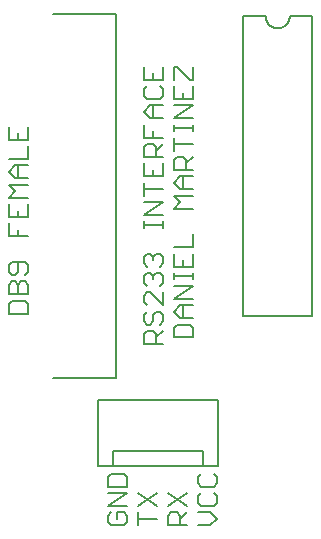
<source format=gto>
G75*
%MOIN*%
%OFA0B0*%
%FSLAX25Y25*%
%IPPOS*%
%LPD*%
%AMOC8*
5,1,8,0,0,1.08239X$1,22.5*
%
%ADD10C,0.00600*%
%ADD11C,0.00800*%
%ADD12C,0.00500*%
D10*
X0072994Y0100300D02*
X0077265Y0100300D01*
X0078332Y0101368D01*
X0078332Y0103503D01*
X0077265Y0104570D01*
X0075130Y0104570D01*
X0075130Y0102435D01*
X0072994Y0100300D02*
X0071927Y0101368D01*
X0071927Y0103503D01*
X0072994Y0104570D01*
X0071927Y0106745D02*
X0078332Y0111016D01*
X0071927Y0111016D01*
X0071927Y0113191D02*
X0071927Y0116394D01*
X0072994Y0117461D01*
X0077265Y0117461D01*
X0078332Y0116394D01*
X0078332Y0113191D01*
X0071927Y0113191D01*
X0081927Y0111016D02*
X0088332Y0106745D01*
X0091927Y0106745D02*
X0098332Y0111016D01*
X0101927Y0109948D02*
X0101927Y0107813D01*
X0102994Y0106745D01*
X0107265Y0106745D01*
X0108332Y0107813D01*
X0108332Y0109948D01*
X0107265Y0111016D01*
X0107265Y0113191D02*
X0102994Y0113191D01*
X0101927Y0114259D01*
X0101927Y0116394D01*
X0102994Y0117461D01*
X0107265Y0117461D02*
X0108332Y0116394D01*
X0108332Y0114259D01*
X0107265Y0113191D01*
X0102994Y0111016D02*
X0101927Y0109948D01*
X0098332Y0106745D02*
X0091927Y0111016D01*
X0088332Y0111016D02*
X0081927Y0106745D01*
X0081927Y0104570D02*
X0081927Y0100300D01*
X0081927Y0102435D02*
X0088332Y0102435D01*
X0091927Y0103503D02*
X0092994Y0104570D01*
X0095130Y0104570D01*
X0096197Y0103503D01*
X0096197Y0100300D01*
X0096197Y0102435D02*
X0098332Y0104570D01*
X0101927Y0104570D02*
X0106197Y0104570D01*
X0108332Y0102435D01*
X0106197Y0100300D01*
X0101927Y0100300D01*
X0098332Y0100300D02*
X0091927Y0100300D01*
X0091927Y0103503D01*
X0078332Y0106745D02*
X0071927Y0106745D01*
X0083927Y0160766D02*
X0083927Y0163969D01*
X0084994Y0165036D01*
X0087130Y0165036D01*
X0088197Y0163969D01*
X0088197Y0160766D01*
X0088197Y0162901D02*
X0090332Y0165036D01*
X0089265Y0167211D02*
X0090332Y0168279D01*
X0090332Y0170414D01*
X0089265Y0171482D01*
X0088197Y0171482D01*
X0087130Y0170414D01*
X0087130Y0168279D01*
X0086062Y0167211D01*
X0084994Y0167211D01*
X0083927Y0168279D01*
X0083927Y0170414D01*
X0084994Y0171482D01*
X0084994Y0173657D02*
X0083927Y0174724D01*
X0083927Y0176860D01*
X0084994Y0177927D01*
X0086062Y0177927D01*
X0090332Y0173657D01*
X0090332Y0177927D01*
X0089265Y0180102D02*
X0090332Y0181170D01*
X0090332Y0183305D01*
X0089265Y0184373D01*
X0088197Y0184373D01*
X0087130Y0183305D01*
X0087130Y0182238D01*
X0087130Y0183305D02*
X0086062Y0184373D01*
X0084994Y0184373D01*
X0083927Y0183305D01*
X0083927Y0181170D01*
X0084994Y0180102D01*
X0084994Y0186548D02*
X0083927Y0187615D01*
X0083927Y0189751D01*
X0084994Y0190818D01*
X0086062Y0190818D01*
X0087130Y0189751D01*
X0088197Y0190818D01*
X0089265Y0190818D01*
X0090332Y0189751D01*
X0090332Y0187615D01*
X0089265Y0186548D01*
X0087130Y0188683D02*
X0087130Y0189751D01*
X0093927Y0190818D02*
X0093927Y0186548D01*
X0100332Y0186548D01*
X0100332Y0190818D01*
X0100332Y0192993D02*
X0093927Y0192993D01*
X0100332Y0192993D02*
X0100332Y0197264D01*
X0090332Y0199439D02*
X0090332Y0201574D01*
X0090332Y0200506D02*
X0083927Y0200506D01*
X0083927Y0199439D02*
X0083927Y0201574D01*
X0083927Y0203736D02*
X0090332Y0208006D01*
X0083927Y0208006D01*
X0083927Y0210181D02*
X0083927Y0214452D01*
X0083927Y0212316D02*
X0090332Y0212316D01*
X0093927Y0214465D02*
X0096062Y0216600D01*
X0100332Y0216600D01*
X0100332Y0218775D02*
X0093927Y0218775D01*
X0093927Y0221978D01*
X0094994Y0223046D01*
X0097130Y0223046D01*
X0098197Y0221978D01*
X0098197Y0218775D01*
X0098197Y0220911D02*
X0100332Y0223046D01*
X0100332Y0227356D02*
X0093927Y0227356D01*
X0093927Y0225221D02*
X0093927Y0229491D01*
X0093927Y0231666D02*
X0093927Y0233802D01*
X0093927Y0232734D02*
X0100332Y0232734D01*
X0100332Y0231666D02*
X0100332Y0233802D01*
X0100332Y0235963D02*
X0093927Y0235963D01*
X0100332Y0240234D01*
X0093927Y0240234D01*
X0093927Y0242409D02*
X0100332Y0242409D01*
X0100332Y0246679D01*
X0100332Y0248854D02*
X0100332Y0253125D01*
X0099265Y0248854D02*
X0094994Y0253125D01*
X0093927Y0253125D01*
X0093927Y0248854D01*
X0093927Y0246679D02*
X0093927Y0242409D01*
X0097130Y0242409D02*
X0097130Y0244544D01*
X0099265Y0248854D02*
X0100332Y0248854D01*
X0090332Y0248854D02*
X0090332Y0253125D01*
X0087130Y0250989D02*
X0087130Y0248854D01*
X0089265Y0246679D02*
X0090332Y0245612D01*
X0090332Y0243476D01*
X0089265Y0242409D01*
X0084994Y0242409D01*
X0083927Y0243476D01*
X0083927Y0245612D01*
X0084994Y0246679D01*
X0083927Y0248854D02*
X0090332Y0248854D01*
X0083927Y0248854D02*
X0083927Y0253125D01*
X0086062Y0240234D02*
X0090332Y0240234D01*
X0087130Y0240234D02*
X0087130Y0235963D01*
X0086062Y0235963D02*
X0083927Y0238098D01*
X0086062Y0240234D01*
X0086062Y0235963D02*
X0090332Y0235963D01*
X0087130Y0231653D02*
X0087130Y0229518D01*
X0087130Y0227343D02*
X0088197Y0226275D01*
X0088197Y0223072D01*
X0090332Y0223072D02*
X0083927Y0223072D01*
X0083927Y0226275D01*
X0084994Y0227343D01*
X0087130Y0227343D01*
X0088197Y0225207D02*
X0090332Y0227343D01*
X0090332Y0229518D02*
X0083927Y0229518D01*
X0083927Y0233788D01*
X0083927Y0220897D02*
X0083927Y0216627D01*
X0090332Y0216627D01*
X0090332Y0220897D01*
X0087130Y0218762D02*
X0087130Y0216627D01*
X0093927Y0214465D02*
X0096062Y0212330D01*
X0100332Y0212330D01*
X0100332Y0210155D02*
X0093927Y0210155D01*
X0096062Y0208020D01*
X0093927Y0205884D01*
X0100332Y0205884D01*
X0097130Y0212330D02*
X0097130Y0216600D01*
X0090332Y0203736D02*
X0083927Y0203736D01*
X0097130Y0188683D02*
X0097130Y0186548D01*
X0100332Y0184386D02*
X0100332Y0182251D01*
X0100332Y0183318D02*
X0093927Y0183318D01*
X0093927Y0182251D02*
X0093927Y0184386D01*
X0093927Y0180076D02*
X0100332Y0180076D01*
X0093927Y0175805D01*
X0100332Y0175805D01*
X0100332Y0173630D02*
X0096062Y0173630D01*
X0093927Y0171495D01*
X0096062Y0169360D01*
X0100332Y0169360D01*
X0099265Y0167185D02*
X0094994Y0167185D01*
X0093927Y0166117D01*
X0093927Y0162914D01*
X0100332Y0162914D01*
X0100332Y0166117D01*
X0099265Y0167185D01*
X0097130Y0169360D02*
X0097130Y0173630D01*
X0090332Y0160766D02*
X0083927Y0160766D01*
X0117132Y0170000D02*
X0140132Y0170000D01*
X0140132Y0270000D01*
X0132632Y0270000D01*
X0132630Y0269874D01*
X0132624Y0269749D01*
X0132614Y0269624D01*
X0132600Y0269499D01*
X0132583Y0269374D01*
X0132561Y0269250D01*
X0132536Y0269127D01*
X0132506Y0269005D01*
X0132473Y0268884D01*
X0132436Y0268764D01*
X0132396Y0268645D01*
X0132351Y0268528D01*
X0132303Y0268411D01*
X0132251Y0268297D01*
X0132196Y0268184D01*
X0132137Y0268073D01*
X0132075Y0267964D01*
X0132009Y0267857D01*
X0131940Y0267752D01*
X0131868Y0267649D01*
X0131793Y0267548D01*
X0131714Y0267450D01*
X0131632Y0267355D01*
X0131548Y0267262D01*
X0131460Y0267172D01*
X0131370Y0267084D01*
X0131277Y0267000D01*
X0131182Y0266918D01*
X0131084Y0266839D01*
X0130983Y0266764D01*
X0130880Y0266692D01*
X0130775Y0266623D01*
X0130668Y0266557D01*
X0130559Y0266495D01*
X0130448Y0266436D01*
X0130335Y0266381D01*
X0130221Y0266329D01*
X0130104Y0266281D01*
X0129987Y0266236D01*
X0129868Y0266196D01*
X0129748Y0266159D01*
X0129627Y0266126D01*
X0129505Y0266096D01*
X0129382Y0266071D01*
X0129258Y0266049D01*
X0129133Y0266032D01*
X0129008Y0266018D01*
X0128883Y0266008D01*
X0128758Y0266002D01*
X0128632Y0266000D01*
X0128506Y0266002D01*
X0128381Y0266008D01*
X0128256Y0266018D01*
X0128131Y0266032D01*
X0128006Y0266049D01*
X0127882Y0266071D01*
X0127759Y0266096D01*
X0127637Y0266126D01*
X0127516Y0266159D01*
X0127396Y0266196D01*
X0127277Y0266236D01*
X0127160Y0266281D01*
X0127043Y0266329D01*
X0126929Y0266381D01*
X0126816Y0266436D01*
X0126705Y0266495D01*
X0126596Y0266557D01*
X0126489Y0266623D01*
X0126384Y0266692D01*
X0126281Y0266764D01*
X0126180Y0266839D01*
X0126082Y0266918D01*
X0125987Y0267000D01*
X0125894Y0267084D01*
X0125804Y0267172D01*
X0125716Y0267262D01*
X0125632Y0267355D01*
X0125550Y0267450D01*
X0125471Y0267548D01*
X0125396Y0267649D01*
X0125324Y0267752D01*
X0125255Y0267857D01*
X0125189Y0267964D01*
X0125127Y0268073D01*
X0125068Y0268184D01*
X0125013Y0268297D01*
X0124961Y0268411D01*
X0124913Y0268528D01*
X0124868Y0268645D01*
X0124828Y0268764D01*
X0124791Y0268884D01*
X0124758Y0269005D01*
X0124728Y0269127D01*
X0124703Y0269250D01*
X0124681Y0269374D01*
X0124664Y0269499D01*
X0124650Y0269624D01*
X0124640Y0269749D01*
X0124634Y0269874D01*
X0124632Y0270000D01*
X0117132Y0270000D01*
X0117132Y0170000D01*
X0045332Y0170845D02*
X0045332Y0174048D01*
X0044265Y0175115D01*
X0039994Y0175115D01*
X0038927Y0174048D01*
X0038927Y0170845D01*
X0045332Y0170845D01*
X0045332Y0177290D02*
X0038927Y0177290D01*
X0038927Y0180493D01*
X0039994Y0181561D01*
X0041062Y0181561D01*
X0042130Y0180493D01*
X0042130Y0177290D01*
X0045332Y0177290D02*
X0045332Y0180493D01*
X0044265Y0181561D01*
X0043197Y0181561D01*
X0042130Y0180493D01*
X0041062Y0183736D02*
X0042130Y0184803D01*
X0042130Y0188006D01*
X0044265Y0188006D02*
X0039994Y0188006D01*
X0038927Y0186939D01*
X0038927Y0184803D01*
X0039994Y0183736D01*
X0041062Y0183736D01*
X0044265Y0183736D02*
X0045332Y0184803D01*
X0045332Y0186939D01*
X0044265Y0188006D01*
X0045332Y0196627D02*
X0038927Y0196627D01*
X0038927Y0200897D01*
X0038927Y0203072D02*
X0045332Y0203072D01*
X0045332Y0207343D01*
X0045332Y0209518D02*
X0038927Y0209518D01*
X0041062Y0211653D01*
X0038927Y0213788D01*
X0045332Y0213788D01*
X0045332Y0215963D02*
X0041062Y0215963D01*
X0038927Y0218099D01*
X0041062Y0220234D01*
X0045332Y0220234D01*
X0045332Y0222409D02*
X0045332Y0226679D01*
X0045332Y0228854D02*
X0038927Y0228854D01*
X0038927Y0233125D01*
X0042130Y0230990D02*
X0042130Y0228854D01*
X0045332Y0228854D02*
X0045332Y0233125D01*
X0045332Y0222409D02*
X0038927Y0222409D01*
X0042130Y0220234D02*
X0042130Y0215963D01*
X0038927Y0207343D02*
X0038927Y0203072D01*
X0042130Y0203072D02*
X0042130Y0205208D01*
X0042130Y0198762D02*
X0042130Y0196627D01*
D11*
X0053632Y0149370D02*
X0074656Y0149370D01*
X0074656Y0270630D01*
X0053632Y0270630D01*
D12*
X0068632Y0142000D02*
X0108632Y0142000D01*
X0108632Y0120000D01*
X0103632Y0120000D01*
X0103632Y0125000D01*
X0073632Y0125000D01*
X0073632Y0120000D01*
X0068632Y0120000D01*
X0068632Y0142000D01*
X0073632Y0120000D02*
X0103632Y0120000D01*
M02*

</source>
